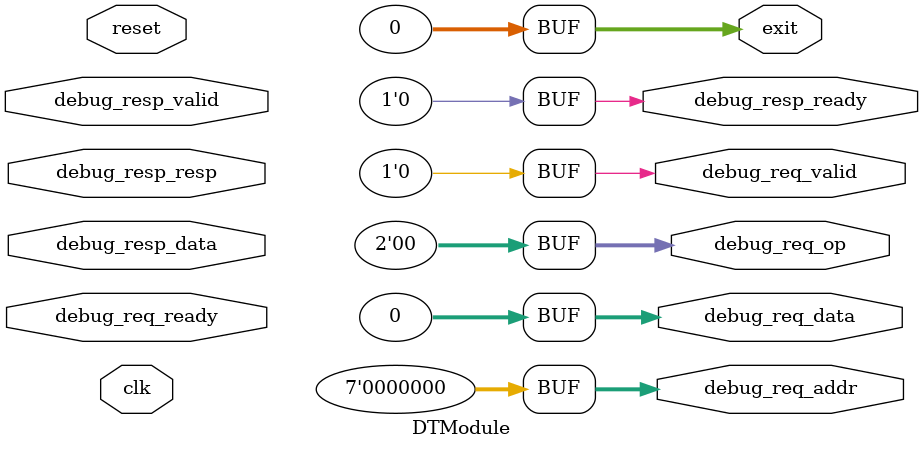
<source format=v>
`timescale 1ns / 1ps

module DTModule ( // @[Peripheryscala 157:23:freechipsrocketchipsystemDefaultFPGAConfigfir@1947114]
    input reset,    //(SimDTM_reset),
    input clk,    //(SimDTM_clk)

    output [31:0] exit,    //(SimDTM_exit),

    input debug_req_ready,    //(SimDTM_debug_req_ready),
    output debug_req_valid,    //(SimDTM_debug_req_valid),
    output [6:0] debug_req_addr,    //(SimDTM_debug_req_addr),
    output [31:0] debug_req_data,    //(SimDTM_debug_req_data),
    output [1:0] debug_req_op,    //(SimDTM_debug_req_op),

    output debug_resp_ready,    //(SimDTM_debug_resp_ready),
    input debug_resp_valid,    //(SimDTM_debug_resp_valid),
    input [31:0] debug_resp_data,    //(SimDTM_debug_resp_data),
    input [1:0] debug_resp_resp    //(SimDTM_debug_resp_resp),
  );
  
  assign exit                   =   0;
  
  assign debug_req_valid        =   0;
  assign debug_req_addr    =   0;
  assign debug_req_data    =   0;
  assign debug_req_op      =   0;

  assign debug_resp_ready       =   0;
  
endmodule
</source>
